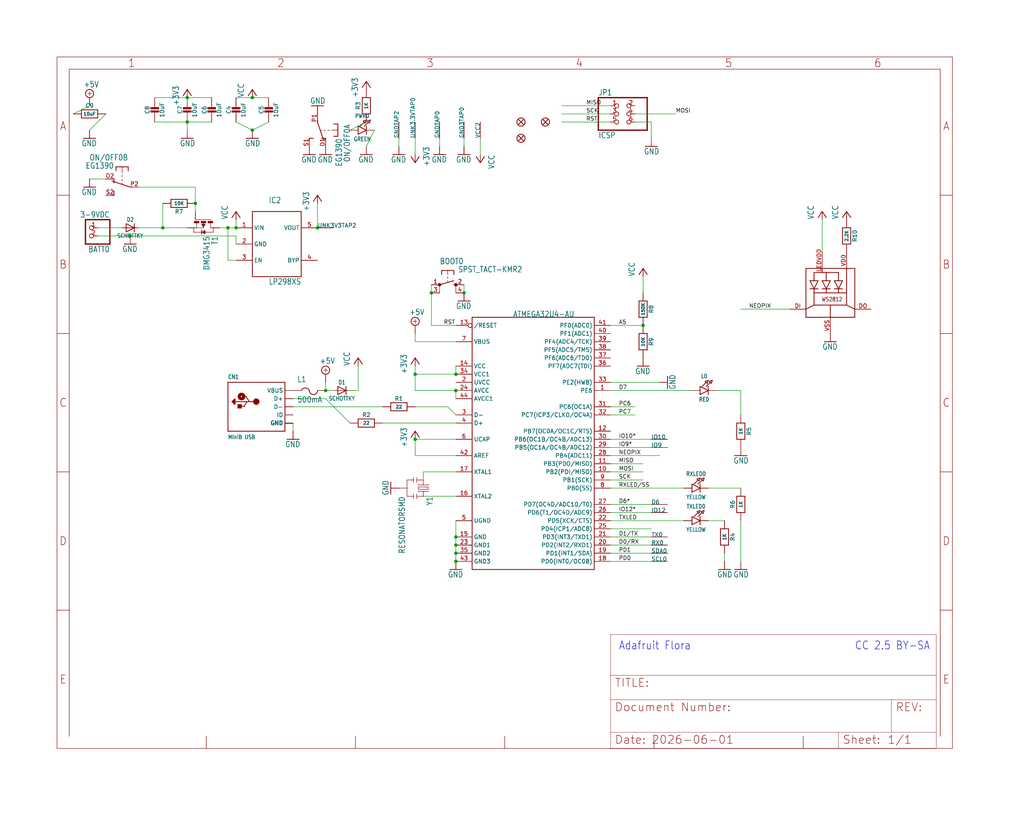
<source format=kicad_sch>
(kicad_sch (version 20230121) (generator eeschema)
  (paper "User" 319.507 254.127)
  (lib_symbols
    (symbol "working-eagle-import:+3V3" (power)
      (property "Value" "+3V3" (at -2.54 -5.08 90))
      (symbol "+3V3_1_0"
        (pin power_in line (at 0 -2.54 90) (length 2.54) (name "+3V3") (number "1"))
      )
    )
    (symbol "working-eagle-import:+5V" (power)
      (property "Value" "+5V" (at -1.905 3.175 0))
      (symbol "+5V_1_0"
        (pin power_in line (at 0 -2.54 90) (length 2.54) (name "+5V") (number "1"))
      )
    )
    (symbol "working-eagle-import:ATMEGA32U4-AU"
      (symbol "ATMEGA32U4-AU_1_0"
        (pin bidirectional line (at 25.4 22.86 180) (length 5.08) (name "PE6") (number "1"))
        (pin bidirectional line (at 25.4 -2.54 180) (length 5.08) (name "PB2(PDI/MISO)") (number "10"))
        (pin bidirectional line (at 25.4 0 180) (length 5.08) (name "PB3(PDO/MISO)") (number "11"))
        (pin bidirectional line (at 25.4 10.16 180) (length 5.08) (name "PB7(OC0A/OC1C/RTS)") (number "12"))
        (pin bidirectional inverted (at -22.86 43.18 0) (length 5.08) (name "/RESET") (number "13"))
        (pin bidirectional line (at -22.86 30.48 0) (length 5.08) (name "VCC") (number "14"))
        (pin bidirectional line (at -22.86 -22.86 0) (length 5.08) (name "GND") (number "15"))
        (pin bidirectional line (at -22.86 -10.16 0) (length 5.08) (name "XTAL2") (number "16"))
        (pin bidirectional line (at -22.86 -2.54 0) (length 5.08) (name "XTAL1") (number "17"))
        (pin bidirectional line (at 25.4 -30.48 180) (length 5.08) (name "PD0(INT0/OC0B)") (number "18"))
        (pin bidirectional line (at 25.4 -27.94 180) (length 5.08) (name "PD1(INT1/SDA)") (number "19"))
        (pin bidirectional line (at -22.86 25.4 0) (length 5.08) (name "UVCC") (number "2"))
        (pin bidirectional line (at 25.4 -25.4 180) (length 5.08) (name "PD2(INT2/RXD1)") (number "20"))
        (pin bidirectional line (at 25.4 -22.86 180) (length 5.08) (name "PD3(INT3/TXD1)") (number "21"))
        (pin bidirectional line (at 25.4 -17.78 180) (length 5.08) (name "PD5(XCK/CTS)") (number "22"))
        (pin bidirectional line (at -22.86 -25.4 0) (length 5.08) (name "GND1") (number "23"))
        (pin bidirectional line (at -22.86 22.86 0) (length 5.08) (name "AVCC") (number "24"))
        (pin bidirectional line (at 25.4 -20.32 180) (length 5.08) (name "PD4(ICP1/ADC8)") (number "25"))
        (pin bidirectional line (at 25.4 -15.24 180) (length 5.08) (name "PD6(T1/OC4D/ADC9)") (number "26"))
        (pin bidirectional line (at 25.4 -12.7 180) (length 5.08) (name "PD7(OC4D/ADC10/T0)") (number "27"))
        (pin bidirectional line (at 25.4 2.54 180) (length 5.08) (name "PB4(ADC11)") (number "28"))
        (pin bidirectional line (at 25.4 5.08 180) (length 5.08) (name "PB5(OC1A/OC4B/ADC12)") (number "29"))
        (pin bidirectional line (at -22.86 15.24 0) (length 5.08) (name "D-") (number "3"))
        (pin bidirectional line (at 25.4 7.62 180) (length 5.08) (name "PB6(OC1B/OC4B/ADC13)") (number "30"))
        (pin bidirectional line (at 25.4 17.78 180) (length 5.08) (name "PC6(OC1A)") (number "31"))
        (pin bidirectional line (at 25.4 15.24 180) (length 5.08) (name "PC7(ICP3/CLK0/OC4A)") (number "32"))
        (pin bidirectional line (at 25.4 25.4 180) (length 5.08) (name "PE2(HWB)") (number "33"))
        (pin bidirectional line (at -22.86 27.94 0) (length 5.08) (name "VCC1") (number "34"))
        (pin bidirectional line (at -22.86 -27.94 0) (length 5.08) (name "GND2") (number "35"))
        (pin bidirectional line (at 25.4 30.48 180) (length 5.08) (name "PF7(ADC7(TDI)") (number "36"))
        (pin bidirectional line (at 25.4 33.02 180) (length 5.08) (name "PF6(ADC6/TDO)") (number "37"))
        (pin bidirectional line (at 25.4 35.56 180) (length 5.08) (name "PF5(ADC5/TMS)") (number "38"))
        (pin bidirectional line (at 25.4 38.1 180) (length 5.08) (name "PF4(ADC4/TCK)") (number "39"))
        (pin bidirectional line (at -22.86 12.7 0) (length 5.08) (name "D+") (number "4"))
        (pin bidirectional line (at 25.4 40.64 180) (length 5.08) (name "PF1(ADC1)") (number "40"))
        (pin bidirectional line (at 25.4 43.18 180) (length 5.08) (name "PF0(ADC0)") (number "41"))
        (pin bidirectional line (at -22.86 2.54 0) (length 5.08) (name "AREF") (number "42"))
        (pin bidirectional line (at -22.86 -30.48 0) (length 5.08) (name "GND3") (number "43"))
        (pin bidirectional line (at -22.86 20.32 0) (length 5.08) (name "AVCC1") (number "44"))
        (pin bidirectional line (at -22.86 -17.78 0) (length 5.08) (name "UGND") (number "5"))
        (pin bidirectional line (at -22.86 7.62 0) (length 5.08) (name "UCAP") (number "6"))
        (pin bidirectional line (at -22.86 38.1 0) (length 5.08) (name "VBUS") (number "7"))
        (pin bidirectional line (at 25.4 -7.62 180) (length 5.08) (name "PB0(SS)") (number "8"))
        (pin bidirectional line (at 25.4 -5.08 180) (length 5.08) (name "PB1(SCK)") (number "9"))
      )
    )
    (symbol "working-eagle-import:CAP_CERAMIC0805-NOOUTLINE"
      (property "Reference" "C" (at -2.29 1.25 90))
      (symbol "CAP_CERAMIC0805-NOOUTLINE_1_0"
        (pin passive line (at 0 5.08 270) (length 2.54) (name "1") (number "1"))
        (pin passive line (at 0 -2.54 90) (length 2.54) (name "2") (number "2"))
      )
    )
    (symbol "working-eagle-import:DIODESOD-123"
      (property "Reference" "D" (at 0 2.54 0))
      (symbol "DIODESOD-123_1_0"
        (pin passive line (at -2.54 0 0) (length 2.54) (name "A") (number "A"))
        (pin passive line (at 2.54 0 180) (length 2.54) (name "C") (number "C"))
      )
    )
    (symbol "working-eagle-import:DPDT-EG1390"
      (property "Reference" "SW" (at -8.255 -1.905 90))
      (symbol "DPDT-EG1390_1_0"
        (pin passive line (at -2.54 5.08 270) (length 2.54) (name "O") (number "O1"))
        (pin passive line (at 0 -5.08 90) (length 2.54) (name "P") (number "P1"))
        (pin passive line (at 2.54 5.08 270) (length 2.54) (name "S") (number "S1"))
      )
      (symbol "DPDT-EG1390_2_0"
        (pin passive line (at -2.54 5.08 270) (length 2.54) (name "O") (number "O2"))
        (pin passive line (at 0 -5.08 90) (length 2.54) (name "P") (number "P2"))
        (pin passive line (at 2.54 5.08 270) (length 2.54) (name "S") (number "S2"))
      )
    )
    (symbol "working-eagle-import:FIDUCIAL{dblquote}{dblquote}")
    (symbol "working-eagle-import:FRAME_A_L"
      (symbol "FRAME_A_L_1_0"
        (text "1" (at 23.2833 213.995 0) (effects (font (size 2.54 2.286))))
        (text "2" (at 69.85 213.995 0) (effects (font (size 2.54 2.286))))
        (text "3" (at 116.4167 213.995 0) (effects (font (size 2.54 2.286))))
        (text "4" (at 162.9833 213.995 0) (effects (font (size 2.54 2.286))))
        (text "5" (at 209.55 213.995 0) (effects (font (size 2.54 2.286))))
        (text "6" (at 256.1167 213.995 0) (effects (font (size 2.54 2.286))))
        (text "A" (at 1.905 194.31 0) (effects (font (size 2.54 2.286))))
        (text "A" (at 277.495 194.31 0) (effects (font (size 2.54 2.286))))
        (text "B" (at 1.905 151.13 0) (effects (font (size 2.54 2.286))))
        (text "B" (at 277.495 151.13 0) (effects (font (size 2.54 2.286))))
        (text "C" (at 1.905 107.95 0) (effects (font (size 2.54 2.286))))
        (text "C" (at 277.495 107.95 0) (effects (font (size 2.54 2.286))))
        (text "D" (at 1.905 64.77 0) (effects (font (size 2.54 2.286))))
        (text "D" (at 277.495 64.77 0) (effects (font (size 2.54 2.286))))
        (text "E" (at 1.905 21.59 0) (effects (font (size 2.54 2.286))))
        (text "E" (at 277.495 21.59 0) (effects (font (size 2.54 2.286))))
      )
      (symbol "FRAME_A_L_2_0"
        (text "${#}/${##}" (at 86.36 1.27 0) (effects (font (size 2.54 2.54)) (justify left bottom)))
        (text "${CURRENT_DATE}" (at 12.7 1.27 0) (effects (font (size 2.54 2.54)) (justify left bottom)))
        (text "${PROJECTNAME}" (at 17.78 19.05 0) (effects (font (size 2.54 2.54)) (justify left bottom)))
        (text "Date:" (at 1.27 1.27 0) (effects (font (size 2.54 2.54)) (justify left bottom)))
        (text "Document Number:" (at 1.27 11.43 0) (effects (font (size 2.54 2.54)) (justify left bottom)))
        (text "REV:" (at 88.9 11.43 0) (effects (font (size 2.54 2.54)) (justify left bottom)))
        (text "Sheet:" (at 72.39 1.27 0) (effects (font (size 2.54 2.54)) (justify left bottom)))
        (text "TITLE:" (at 1.27 19.05 0) (effects (font (size 2.54 2.54)) (justify left bottom)))
      )
    )
    (symbol "working-eagle-import:GND" (power)
      (property "Value" "GND" (at -2.54 -2.54 0))
      (symbol "GND_1_0"
        (pin power_in line (at 0 2.54 270) (length 2.54) (name "GND") (number "1"))
      )
    )
    (symbol "working-eagle-import:JST_2PIN-SMT-RA"
      (property "Reference" "CN" (at -6.35 5.715 0))
      (symbol "JST_2PIN-SMT-RA_1_0"
        (pin passive inverted (at -2.54 0 0) (length 2.54) (name "2") (number "1"))
        (pin passive inverted (at -2.54 2.54 0) (length 2.54) (name "1") (number "2"))
      )
    )
    (symbol "working-eagle-import:LED0805_NOOUTLINE"
      (property "Reference" "D" (at -1.27 4.445 0))
      (symbol "LED0805_NOOUTLINE_1_0"
        (pin passive line (at -5.08 0 0) (length 2.54) (name "A") (number "A"))
        (pin passive line (at 2.54 0 180) (length 2.54) (name "C") (number "C"))
      )
    )
    (symbol "working-eagle-import:LP298XS"
      (property "Reference" "IC" (at -12.7 -5.08 90))
      (symbol "LP298XS_1_0"
        (pin bidirectional line (at -5.08 -15.24 90) (length 5.08) (name "VIN") (number "1"))
        (pin bidirectional line (at 0 -15.24 90) (length 5.08) (name "GND") (number "2"))
        (pin bidirectional line (at 5.08 -15.24 90) (length 5.08) (name "EN") (number "3"))
        (pin bidirectional line (at 5.08 10.16 270) (length 5.08) (name "BYP") (number "4"))
        (pin bidirectional line (at -5.08 10.16 270) (length 5.08) (name "VOUT") (number "5"))
      )
    )
    (symbol "working-eagle-import:PINHD-2X3"
      (property "Reference" "JP" (at -6.35 5.715 0))
      (symbol "PINHD-2X3_1_0"
        (pin passive inverted (at -2.54 2.54 0) (length 2.54) (name "1") (number "1"))
        (pin passive inverted (at 5.08 2.54 180) (length 2.54) (name "2") (number "2"))
        (pin passive inverted (at -2.54 0 0) (length 2.54) (name "3") (number "3"))
        (pin passive inverted (at 5.08 0 180) (length 2.54) (name "4") (number "4"))
        (pin passive inverted (at -2.54 -2.54 0) (length 2.54) (name "5") (number "5"))
        (pin passive inverted (at 5.08 -2.54 180) (length 2.54) (name "6") (number "6"))
      )
    )
    (symbol "working-eagle-import:PMOSSOT23"
      (property "Reference" "T" (at 2.54 2.54 0))
      (symbol "PMOSSOT23_1_0"
        (pin passive line (at 0 5.08 270) (length 2.54) (name "D") (number "1"))
        (pin passive line (at 0 -5.08 90) (length 2.54) (name "S") (number "2"))
        (pin passive line (at -5.08 -2.54 0) (length 2.54) (name "G") (number "3"))
      )
    )
    (symbol "working-eagle-import:PTCFUSE-1206"
      (property "Reference" "F" (at -3.81 5.08 0))
      (symbol "PTCFUSE-1206_1_0"
        (pin passive line (at -5.08 2.54 0) (length 2.54) (name "1") (number "1"))
        (pin passive line (at 5.08 2.54 180) (length 2.54) (name "2") (number "2"))
      )
    )
    (symbol "working-eagle-import:RESISTOR0805_NOOUTLINE"
      (property "Reference" "R" (at 0 2.54 0))
      (symbol "RESISTOR0805_NOOUTLINE_1_0"
        (pin passive line (at -5.08 0 0) (length 2.54) (name "1") (number "1"))
        (pin passive line (at 5.08 0 180) (length 2.54) (name "2") (number "2"))
      )
    )
    (symbol "working-eagle-import:RESISTOR_0805MP"
      (property "Reference" "R" (at 0 2.54 0))
      (symbol "RESISTOR_0805MP_1_0"
        (pin passive line (at -5.08 0 0) (length 2.54) (name "1") (number "1"))
        (pin passive line (at 5.08 0 180) (length 2.54) (name "2") (number "2"))
      )
    )
    (symbol "working-eagle-import:RESONATORSMD"
      (property "Reference" "Y" (at 2.54 1.016 0))
      (symbol "RESONATORSMD_1_0"
        (pin passive line (at -2.54 0 0) (length 0) (name "1") (number "1"))
        (pin passive line (at 0 -7.62 90) (length 0) (name "2") (number "2"))
        (pin passive line (at 2.54 0 180) (length 0) (name "3") (number "3"))
      )
    )
    (symbol "working-eagle-import:SEWTAP-2.0IN"
      (property "Reference" "TP" (at 0 0 0))
      (symbol "SEWTAP-2.0IN_1_0"
        (pin bidirectional line (at 0 0 0) (length 5.08) (name "SEW") (number "P$1"))
      )
    )
    (symbol "working-eagle-import:SPST_TACT-KMR2"
      (property "Reference" "SW" (at -6.35 -2.54 90))
      (symbol "SPST_TACT-KMR2_1_0"
        (pin passive line (at 0 -5.08 90) (length 2.54) (name "P") (number "1"))
        (pin passive line (at 0 5.08 270) (length 2.54) (name "S") (number "2"))
        (pin passive line (at 2.54 -5.08 90) (length 2.54) (name "P1") (number "3"))
        (pin passive line (at 2.54 5.08 270) (length 2.54) (name "S1") (number "4"))
      )
    )
    (symbol "working-eagle-import:USBMICRO_20329"
      (property "Reference" "X" (at -10.16 8.636 0))
      (symbol "USBMICRO_20329_1_0"
        (pin power_in line (at 10.16 -5.08 180) (length 2.54) (name "GND") (number "BASE@1"))
        (pin power_in line (at 10.16 -5.08 180) (length 2.54) (name "GND") (number "BASE@2"))
        (pin bidirectional line (at 10.16 2.54 180) (length 2.54) (name "D+") (number "D+"))
        (pin bidirectional line (at 10.16 0 180) (length 2.54) (name "D-") (number "D-"))
        (pin power_in line (at 10.16 -5.08 180) (length 2.54) (name "GND") (number "GND"))
        (pin bidirectional line (at 10.16 -2.54 180) (length 2.54) (name "ID") (number "ID"))
        (pin power_in line (at 10.16 -5.08 180) (length 2.54) (name "GND") (number "SPRT@1"))
        (pin power_in line (at 10.16 -5.08 180) (length 2.54) (name "GND") (number "SPRT@2"))
        (pin power_in line (at 10.16 -5.08 180) (length 2.54) (name "GND") (number "SPRT@3"))
        (pin power_in line (at 10.16 -5.08 180) (length 2.54) (name "GND") (number "SPRT@4"))
        (pin power_in line (at 10.16 5.08 180) (length 2.54) (name "VBUS") (number "VBUS"))
      )
    )
    (symbol "working-eagle-import:VCC" (power)
      (property "Value" "VCC" (at -2.54 -2.54 90))
      (symbol "VCC_1_0"
        (pin power_in line (at 0 -2.54 90) (length 2.54) (name "VCC") (number "1"))
      )
    )
    (symbol "working-eagle-import:WS2812"
      (symbol "WS2812_1_0"
        (text "WS2812" (at 3.81 1.27 0) (effects (font (size 1.27 1.0795)) (justify right top)))
        (pin input line (at -12.7 -2.54 0) (length 5.08) (name "DI") (number "DI"))
        (pin output line (at 12.7 -2.54 180) (length 5.08) (name "DO") (number "DO"))
        (pin power_in line (at -2.54 15.24 270) (length 5.08) (name "LEDVDD") (number "LEDVDD"))
        (pin power_in line (at 5.08 15.24 270) (length 5.08) (name "VDD") (number "VDD"))
        (pin power_in line (at 0 -10.16 90) (length 5.08) (name "GND") (number "VSS"))
      )
    )
  )
  (junction (at 134.62 91.44))
  (junction (at 78.74 40.64))
  (junction (at 58.42 30.48))
  (junction (at 99.06 71.12))
  (junction (at 142.24 167.64))
  (junction (at 144.78 91.44))
  (junction (at 200.66 101.6))
  (junction (at 78.74 30.48))
  (junction (at 142.24 170.18))
  (junction (at 60.96 63.5))
  (junction (at 129.54 137.16))
  (junction (at 129.54 116.84))
  (junction (at 73.66 71.12))
  (junction (at 40.64 73.66))
  (junction (at 50.8 71.12))
  (junction (at 71.12 71.12))
  (junction (at 142.24 172.72))
  (junction (at 101.6 121.92))
  (junction (at 58.42 38.1))
  (junction (at 142.24 121.92))
  (junction (at 142.24 175.26))
  (junction (at 142.24 116.84))
  (wire (pts (xy 190.5 147.32) (xy 200.66 147.32)) (stroke (width 0.1524)))
  (wire (pts (xy 142.24 154.94) (xy 132.08 154.94)) (stroke (width 0.1524)))
  (wire (pts (xy 220.98 152.4) (xy 231.14 152.4)) (stroke (width 0.1524)))
  (wire (pts (xy 256.54 68.58) (xy 256.54 78.74)) (stroke (width 0.1524)))
  (wire (pts (xy 129.54 116.84) (xy 129.54 114.3)) (stroke (width 0.1524)))
  (wire (pts (xy 129.54 127) (xy 139.7 127)) (stroke (width 0.1524)))
  (wire (pts (xy 142.24 121.92) (xy 129.54 121.92)) (stroke (width 0.1524)))
  (wire (pts (xy 190.5 129.54) (xy 198.12 129.54)) (stroke (width 0.1524)))
  (wire (pts (xy 142.24 124.46) (xy 142.24 121.92)) (stroke (width 0.1524)))
  (wire (pts (xy 91.44 132.08) (xy 91.44 134.62)) (stroke (width 0.1524)))
  (wire (pts (xy 231.14 121.92) (xy 231.14 129.54)) (stroke (width 0.1524)))
  (wire (pts (xy 99.06 63.5) (xy 99.06 71.12)) (stroke (width 0.1524)))
  (wire (pts (xy 190.5 149.86) (xy 200.66 149.86)) (stroke (width 0.1524)))
  (wire (pts (xy 226.06 175.26) (xy 226.06 172.72)) (stroke (width 0.1524)))
  (wire (pts (xy 190.5 144.78) (xy 200.66 144.78)) (stroke (width 0.1524)))
  (wire (pts (xy 50.8 63.5) (xy 50.8 71.12)) (stroke (width 0.1524)))
  (wire (pts (xy 129.54 106.68) (xy 129.54 104.14)) (stroke (width 0.1524)))
  (wire (pts (xy 190.5 33.02) (xy 175.26 33.02)) (stroke (width 0.1524)))
  (wire (pts (xy 43.18 71.12) (xy 50.8 71.12)) (stroke (width 0.1524)))
  (wire (pts (xy 190.5 172.72) (xy 203.2 172.72)) (stroke (width 0.1524)))
  (wire (pts (xy 124.46 45.72) (xy 124.46 43.18)) (stroke (width 0.1524)))
  (wire (pts (xy 203.2 38.1) (xy 198.12 38.1)) (stroke (width 0.1524)))
  (wire (pts (xy 129.54 137.16) (xy 129.54 142.24)) (stroke (width 0.1524)))
  (wire (pts (xy 200.66 86.36) (xy 200.66 91.44)) (stroke (width 0.1524)))
  (wire (pts (xy 48.26 30.48) (xy 58.42 30.48)) (stroke (width 0.1524)))
  (wire (pts (xy 60.96 63.5) (xy 60.96 66.04)) (stroke (width 0.1524)))
  (wire (pts (xy 190.5 35.56) (xy 175.26 35.56)) (stroke (width 0.1524)))
  (wire (pts (xy 203.2 43.18) (xy 203.2 38.1)) (stroke (width 0.1524)))
  (wire (pts (xy 129.54 116.84) (xy 142.24 116.84)) (stroke (width 0.1524)))
  (wire (pts (xy 27.94 33.02) (xy 22.86 35.56)) (stroke (width 0.1524)))
  (wire (pts (xy 205.74 119.38) (xy 190.5 119.38)) (stroke (width 0.1524)))
  (wire (pts (xy 104.14 121.92) (xy 101.6 121.92)) (stroke (width 0.1524)))
  (wire (pts (xy 198.12 35.56) (xy 210.82 35.56)) (stroke (width 0.1524)))
  (wire (pts (xy 73.66 38.1) (xy 78.74 40.64)) (stroke (width 0.1524)))
  (wire (pts (xy 30.48 71.12) (xy 38.1 71.12)) (stroke (width 0.1524)))
  (wire (pts (xy 27.94 55.88) (xy 33.02 55.88)) (stroke (width 0.1524)))
  (wire (pts (xy 149.86 43.18) (xy 149.86 48.26)) (stroke (width 0.1524)))
  (wire (pts (xy 71.12 71.12) (xy 73.66 71.12)) (stroke (width 0.1524)))
  (wire (pts (xy 137.16 45.72) (xy 137.16 43.18)) (stroke (width 0.1524)))
  (wire (pts (xy 190.5 121.92) (xy 215.9 121.92)) (stroke (width 0.1524)))
  (wire (pts (xy 190.5 139.7) (xy 203.2 139.7)) (stroke (width 0.1524)))
  (wire (pts (xy 78.74 30.48) (xy 83.82 30.48)) (stroke (width 0.1524)))
  (wire (pts (xy 142.24 167.64) (xy 142.24 170.18)) (stroke (width 0.1524)))
  (wire (pts (xy 190.5 152.4) (xy 213.36 152.4)) (stroke (width 0.1524)))
  (wire (pts (xy 144.78 88.9) (xy 144.78 91.44)) (stroke (width 0.1524)))
  (wire (pts (xy 144.78 45.72) (xy 144.78 43.18)) (stroke (width 0.1524)))
  (wire (pts (xy 190.5 162.56) (xy 213.36 162.56)) (stroke (width 0.1524)))
  (wire (pts (xy 68.58 71.12) (xy 71.12 71.12)) (stroke (width 0.1524)))
  (wire (pts (xy 129.54 142.24) (xy 142.24 142.24)) (stroke (width 0.1524)))
  (wire (pts (xy 73.66 73.66) (xy 40.64 73.66)) (stroke (width 0.1524)))
  (wire (pts (xy 142.24 116.84) (xy 142.24 114.3)) (stroke (width 0.1524)))
  (wire (pts (xy 190.5 142.24) (xy 205.74 142.24)) (stroke (width 0.1524)))
  (wire (pts (xy 246.38 96.52) (xy 231.14 96.52)) (stroke (width 0.1524)))
  (wire (pts (xy 73.66 81.28) (xy 71.12 81.28)) (stroke (width 0.1524)))
  (wire (pts (xy 91.44 127) (xy 119.38 127)) (stroke (width 0.1524)))
  (wire (pts (xy 139.7 127) (xy 142.24 129.54)) (stroke (width 0.1524)))
  (wire (pts (xy 190.5 170.18) (xy 203.2 170.18)) (stroke (width 0.1524)))
  (wire (pts (xy 190.5 101.6) (xy 200.66 101.6)) (stroke (width 0.1524)))
  (wire (pts (xy 226.06 162.56) (xy 220.98 162.56)) (stroke (width 0.1524)))
  (wire (pts (xy 134.62 88.9) (xy 134.62 91.44)) (stroke (width 0.1524)))
  (wire (pts (xy 190.5 175.26) (xy 203.2 175.26)) (stroke (width 0.1524)))
  (wire (pts (xy 203.2 157.48) (xy 190.5 157.48)) (stroke (width 0.1524)))
  (wire (pts (xy 190.5 38.1) (xy 175.26 38.1)) (stroke (width 0.1524)))
  (wire (pts (xy 60.96 58.42) (xy 60.96 63.5)) (stroke (width 0.1524)))
  (wire (pts (xy 43.18 58.42) (xy 60.96 58.42)) (stroke (width 0.1524)))
  (wire (pts (xy 142.24 162.56) (xy 142.24 167.64)) (stroke (width 0.1524)))
  (wire (pts (xy 132.08 147.32) (xy 132.08 149.86)) (stroke (width 0.1524)))
  (wire (pts (xy 129.54 48.26) (xy 129.54 43.18)) (stroke (width 0.1524)))
  (wire (pts (xy 142.24 137.16) (xy 129.54 137.16)) (stroke (width 0.1524)))
  (wire (pts (xy 142.24 101.6) (xy 134.62 101.6)) (stroke (width 0.1524)))
  (wire (pts (xy 58.42 40.64) (xy 58.42 38.1)) (stroke (width 0.1524)))
  (wire (pts (xy 142.24 172.72) (xy 142.24 175.26)) (stroke (width 0.1524)))
  (wire (pts (xy 190.5 160.02) (xy 203.2 160.02)) (stroke (width 0.1524)))
  (wire (pts (xy 129.54 121.92) (xy 129.54 116.84)) (stroke (width 0.1524)))
  (wire (pts (xy 58.42 38.1) (xy 48.26 38.1)) (stroke (width 0.1524)))
  (wire (pts (xy 114.3 45.72) (xy 116.84 40.64)) (stroke (width 0.1524)))
  (wire (pts (xy 73.66 76.2) (xy 73.66 73.66)) (stroke (width 0.1524)))
  (wire (pts (xy 30.48 73.66) (xy 40.64 73.66)) (stroke (width 0.1524)))
  (wire (pts (xy 231.14 175.26) (xy 231.14 162.56)) (stroke (width 0.1524)))
  (wire (pts (xy 101.6 119.38) (xy 101.6 121.92)) (stroke (width 0.1524)))
  (wire (pts (xy 142.24 106.68) (xy 129.54 106.68)) (stroke (width 0.1524)))
  (wire (pts (xy 134.62 101.6) (xy 134.62 91.44)) (stroke (width 0.1524)))
  (wire (pts (xy 73.66 30.48) (xy 78.74 30.48)) (stroke (width 0.1524)))
  (wire (pts (xy 190.5 127) (xy 198.12 127)) (stroke (width 0.1524)))
  (wire (pts (xy 78.74 40.64) (xy 83.82 38.1)) (stroke (width 0.1524)))
  (wire (pts (xy 66.04 30.48) (xy 58.42 30.48)) (stroke (width 0.1524)))
  (wire (pts (xy 111.76 121.92) (xy 111.76 114.3)) (stroke (width 0.1524)))
  (wire (pts (xy 71.12 81.28) (xy 71.12 71.12)) (stroke (width 0.1524)))
  (wire (pts (xy 223.52 121.92) (xy 231.14 121.92)) (stroke (width 0.1524)))
  (wire (pts (xy 109.22 121.92) (xy 111.76 121.92)) (stroke (width 0.1524)))
  (wire (pts (xy 58.42 71.12) (xy 50.8 71.12)) (stroke (width 0.1524)))
  (wire (pts (xy 132.08 147.32) (xy 142.24 147.32)) (stroke (width 0.1524)))
  (wire (pts (xy 27.94 40.64) (xy 33.02 35.56)) (stroke (width 0.1524)))
  (wire (pts (xy 190.5 165.1) (xy 203.2 165.1)) (stroke (width 0.1524)))
  (wire (pts (xy 114.3 38.1) (xy 109.22 40.64)) (stroke (width 0.1524)))
  (wire (pts (xy 190.5 167.64) (xy 203.2 167.64)) (stroke (width 0.1524)))
  (wire (pts (xy 119.38 132.08) (xy 142.24 132.08)) (stroke (width 0.1524)))
  (wire (pts (xy 142.24 170.18) (xy 142.24 172.72)) (stroke (width 0.1524)))
  (wire (pts (xy 101.6 124.46) (xy 109.22 132.08)) (stroke (width 0.1524)))
  (wire (pts (xy 91.44 124.46) (xy 101.6 124.46)) (stroke (width 0.1524)))
  (wire (pts (xy 190.5 137.16) (xy 203.2 137.16)) (stroke (width 0.1524)))
  (wire (pts (xy 73.66 71.12) (xy 73.66 68.58)) (stroke (width 0.1524)))
  (wire (pts (xy 66.04 38.1) (xy 58.42 38.1)) (stroke (width 0.1524)))
  (text "CC 2.5 BY-SA" (at 266.7 203.2 0) (effects (font (size 2.54 2.159)) (justify left bottom)))
  (text "Adafruit Flora" (at 193.04 203.2 0) (effects (font (size 2.54 2.159)) (justify left bottom)))
  (label "A5" (at 193.04 101.6 0) (effects (font (size 1.2446 1.2446))))
  (label "IO9*" (at 193.04 139.7 0) (effects (font (size 1.2446 1.2446))))
  (label "IO10*" (at 193.04 137.16 0) (effects (font (size 1.2446 1.2446))))
  (label "NEOPIX" (at 233.68 96.52 0) (effects (font (size 1.2446 1.2446))))
  (label "D1/TX" (at 193.04 167.64 0) (effects (font (size 1.2446 1.2446))))
  (label "MISO" (at 193.04 144.78 0) (effects (font (size 1.2446 1.2446))))
  (label "RST" (at 138.43 101.6 0) (effects (font (size 1.2446 1.2446))))
  (label "SCK" (at 193.04 149.86 0) (effects (font (size 1.2446 1.2446))))
  (label "NEOPIX" (at 193.04 142.24 0) (effects (font (size 1.2446 1.2446))))
  (label "MISO" (at 182.88 33.02 0) (effects (font (size 1.2446 1.2446))))
  (label "PD1" (at 193.04 172.72 0) (effects (font (size 1.2446 1.2446))))
  (label "D6*" (at 193.04 157.48 0) (effects (font (size 1.2446 1.2446))))
  (label "PC6" (at 193.04 127 0) (effects (font (size 1.2446 1.2446))))
  (label "PD0" (at 193.04 175.26 0) (effects (font (size 1.2446 1.2446))))
  (label "RXLED/SS" (at 193.04 152.4 0) (effects (font (size 1.2446 1.2446))))
  (label "SCK" (at 182.88 35.56 0) (effects (font (size 1.2446 1.2446))))
  (label "MOSI" (at 210.82 35.56 0) (effects (font (size 1.2446 1.2446))))
  (label "TXLED" (at 193.04 162.56 0) (effects (font (size 1.2446 1.2446))))
  (label "D0/RX" (at 193.04 170.18 0) (effects (font (size 1.2446 1.2446))))
  (label "RST" (at 182.88 38.1 0) (effects (font (size 1.2446 1.2446))))
  (label "IO12*" (at 193.04 160.02 0) (effects (font (size 1.2446 1.2446))))
  (label "MOSI" (at 193.04 147.32 0) (effects (font (size 1.2446 1.2446))))
  (label "D7" (at 193.04 121.92 0) (effects (font (size 1.2446 1.2446))))
  (label "PC7" (at 193.04 129.54 0) (effects (font (size 1.2446 1.2446))))
  (symbol (lib_id "working-eagle-import:VCC") (at 149.86 50.8 180) (unit 1)
    (property "Reference" "#P+2" (effects hide))
    (property "Value" "VCC" (at 152.4 48.26 90) (effects (font (size 1.778 1.5113)) (justify left bottom)))
  )
  (symbol (lib_id "working-eagle-import:PINHD-2X3") (at 193.04 35.56 0) (unit 1)
    (property "Reference" "JP1" (at 186.69 29.845 0) (effects (font (size 1.778 1.5113)) (justify left bottom)))
    (property "Value" "ICSP" (at 186.69 43.18 0) (effects (font (size 1.778 1.5113)) (justify left bottom)))
    (property "Footprint" "working:2X03" (effects hide))
  )
  (symbol (lib_id "working-eagle-import:+3V3") (at 129.54 111.76 0) (unit 1)
    (property "Reference" "#+3V5" (effects hide))
    (property "Value" "+3V3" (at 127 116.84 90) (effects (font (size 1.778 1.5113)) (justify left bottom)))
  )
  (symbol (lib_id "working-eagle-import:GND") (at 144.78 48.26 0) (unit 1)
    (property "Reference" "#GND13" (effects hide))
    (property "Value" "GND" (at 142.24 50.8 0) (effects (font (size 1.778 1.5113)) (justify left bottom)))
  )
  (symbol (lib_id "working-eagle-import:RESISTOR0805_NOOUTLINE") (at 124.46 127 0) (unit 1)
    (property "Reference" "R1" (at 124.46 124.46 0))
    (property "Value" "22" (at 124.46 127 0) (effects (font (size 1.016 1.016) bold)))
    (property "Footprint" "working:0805-NO" (effects hide))
  )
  (symbol (lib_id "working-eagle-import:+5V") (at 101.6 116.84 0) (unit 1)
    (property "Reference" "#V1" (effects hide))
    (property "Value" "+5V" (at 99.695 113.665 0) (effects (font (size 1.778 1.5113)) (justify left bottom)))
  )
  (symbol (lib_id "working-eagle-import:SEWTAP-2.0IN") (at 149.86 43.18 90) (unit 1)
    (property "Reference" "VCC2" (at 149.86 43.18 0) (effects (justify left bottom)))
    (property "Value" "SEWTAP-2.0IN" (effects hide))
    (property "Footprint" "working:SEWINGTAP_2.0" (effects hide))
  )
  (symbol (lib_id "working-eagle-import:FRAME_A_L") (at 190.5 233.68 0) (unit 2)
    (property "Reference" "#FRAME1" (effects hide))
    (property "Value" "FRAME_A_L" (effects hide))
  )
  (symbol (lib_id "working-eagle-import:LED0805_NOOUTLINE") (at 114.3 40.64 0) (unit 1)
    (property "Reference" "PWR0" (at 113.03 36.195 0) (effects (font (size 1.27 1.0795))))
    (property "Value" "GREEN" (at 113.03 43.434 0) (effects (font (size 1.27 1.0795))))
    (property "Footprint" "working:CHIPLED_0805_NOOUTLINE" (effects hide))
  )
  (symbol (lib_id "working-eagle-import:VCC") (at 264.16 66.04 0) (unit 1)
    (property "Reference" "#P+1" (effects hide))
    (property "Value" "VCC" (at 261.62 68.58 90) (effects (font (size 1.778 1.5113)) (justify left bottom)))
  )
  (symbol (lib_id "working-eagle-import:GND") (at 58.42 43.18 0) (mirror y) (unit 1)
    (property "Reference" "#GND22" (effects hide))
    (property "Value" "GND" (at 60.96 45.72 0) (effects (font (size 1.778 1.5113)) (justify left bottom)))
  )
  (symbol (lib_id "working-eagle-import:WS2812") (at 259.08 93.98 0) (unit 1)
    (property "Reference" "LED1" (effects hide))
    (property "Value" "WS2812" (effects hide))
    (property "Footprint" "working:WS2812" (effects hide))
  )
  (symbol (lib_id "working-eagle-import:GND") (at 200.66 114.3 0) (unit 1)
    (property "Reference" "#GND20" (effects hide))
    (property "Value" "GND" (at 198.12 116.84 0) (effects (font (size 1.778 1.5113)) (justify left bottom)))
  )
  (symbol (lib_id "working-eagle-import:FIDUCIAL{dblquote}{dblquote}") (at 170.18 38.1 0) (unit 1)
    (property "Reference" "U$6" (effects hide))
    (property "Value" "FIDUCIAL{dblquote}{dblquote}" (effects hide))
    (property "Footprint" "working:FIDUCIAL_1MM" (effects hide))
  )
  (symbol (lib_id "working-eagle-import:GND") (at 259.08 106.68 0) (unit 1)
    (property "Reference" "#GND12" (effects hide))
    (property "Value" "GND" (at 256.54 109.22 0) (effects (font (size 1.778 1.5113)) (justify left bottom)))
  )
  (symbol (lib_id "working-eagle-import:+3V3") (at 114.3 25.4 0) (unit 1)
    (property "Reference" "#+3V6" (effects hide))
    (property "Value" "+3V3" (at 111.76 30.48 90) (effects (font (size 1.778 1.5113)) (justify left bottom)))
  )
  (symbol (lib_id "working-eagle-import:RESISTOR0805_NOOUTLINE") (at 114.3 132.08 0) (unit 1)
    (property "Reference" "R2" (at 114.3 129.54 0))
    (property "Value" "22" (at 114.3 132.08 0) (effects (font (size 1.016 1.016) bold)))
    (property "Footprint" "working:0805-NO" (effects hide))
  )
  (symbol (lib_id "working-eagle-import:GND") (at 121.92 152.4 270) (unit 1)
    (property "Reference" "#GND6" (effects hide))
    (property "Value" "GND" (at 119.38 149.86 0) (effects (font (size 1.778 1.5113)) (justify left bottom)))
  )
  (symbol (lib_id "working-eagle-import:+3V3") (at 129.54 50.8 180) (unit 1)
    (property "Reference" "#+3V2" (effects hide))
    (property "Value" "+3V3" (at 132.08 45.72 90) (effects (font (size 1.778 1.5113)) (justify left bottom)))
  )
  (symbol (lib_id "working-eagle-import:+3V3") (at 129.54 134.62 0) (unit 1)
    (property "Reference" "#+3V1" (effects hide))
    (property "Value" "+3V3" (at 127 139.7 90) (effects (font (size 1.778 1.5113)) (justify left bottom)))
  )
  (symbol (lib_id "working-eagle-import:SPST_TACT-KMR2") (at 139.7 88.9 270) (unit 1)
    (property "Reference" "BOOT0" (at 137.16 82.55 90) (effects (font (size 1.778 1.5113)) (justify left bottom)))
    (property "Value" "SPST_TACT-KMR2" (at 142.875 85.09 90) (effects (font (size 1.778 1.5113)) (justify left bottom)))
    (property "Footprint" "working:KMR2" (effects hide))
  )
  (symbol (lib_id "working-eagle-import:VCC") (at 78.74 27.94 0) (unit 1)
    (property "Reference" "#P+4" (effects hide))
    (property "Value" "VCC" (at 76.2 30.48 90) (effects (font (size 1.778 1.5113)) (justify left bottom)))
  )
  (symbol (lib_id "working-eagle-import:GND") (at 99.06 33.02 180) (unit 1)
    (property "Reference" "#GND19" (effects hide))
    (property "Value" "GND" (at 101.6 30.48 0) (effects (font (size 1.778 1.5113)) (justify left bottom)))
  )
  (symbol (lib_id "working-eagle-import:GND") (at 142.24 177.8 0) (unit 1)
    (property "Reference" "#GND2" (effects hide))
    (property "Value" "GND" (at 139.7 180.34 0) (effects (font (size 1.778 1.5113)) (justify left bottom)))
  )
  (symbol (lib_id "working-eagle-import:+5V") (at 27.94 30.48 0) (unit 1)
    (property "Reference" "#V2" (effects hide))
    (property "Value" "+5V" (at 26.035 27.305 0) (effects (font (size 1.778 1.5113)) (justify left bottom)))
  )
  (symbol (lib_id "working-eagle-import:DPDT-EG1390") (at 38.1 58.42 90) (mirror x) (unit 2)
    (property "Reference" "ON/OFF0" (at 40.005 50.165 90) (effects (font (size 1.778 1.5113)) (justify left bottom)))
    (property "Value" "EG1390" (at 35.56 52.705 90) (effects (font (size 1.778 1.5113)) (justify left bottom)))
    (property "Footprint" "working:EG1390" (effects hide))
  )
  (symbol (lib_id "working-eagle-import:SEWTAP-2.0IN") (at 203.2 172.72 0) (unit 1)
    (property "Reference" "SDA0" (at 203.2 172.72 0) (effects (justify left bottom)))
    (property "Value" "SEWTAP-2.0IN" (effects hide))
    (property "Footprint" "working:SEWINGTAP_2.0" (effects hide))
  )
  (symbol (lib_id "working-eagle-import:GND") (at 208.28 119.38 90) (mirror x) (unit 1)
    (property "Reference" "#GND3" (effects hide))
    (property "Value" "GND" (at 210.82 116.84 0) (effects (font (size 1.778 1.5113)) (justify left bottom)))
  )
  (symbol (lib_id "working-eagle-import:+3V3") (at 58.42 27.94 0) (unit 1)
    (property "Reference" "#+3V4" (effects hide))
    (property "Value" "+3V3" (at 55.88 33.02 90) (effects (font (size 1.778 1.5113)) (justify left bottom)))
  )
  (symbol (lib_id "working-eagle-import:RESISTOR0805_NOOUTLINE") (at 264.16 73.66 270) (unit 1)
    (property "Reference" "R10" (at 266.7 73.66 0))
    (property "Value" "2.2K" (at 264.16 73.66 0) (effects (font (size 1.016 1.016) bold)))
    (property "Footprint" "working:0805-NO" (effects hide))
  )
  (symbol (lib_id "working-eagle-import:LED0805_NOOUTLINE") (at 218.44 162.56 0) (unit 1)
    (property "Reference" "TXLED0" (at 217.17 158.115 0) (effects (font (size 1.27 1.0795))))
    (property "Value" "YELLOW" (at 217.17 165.354 0) (effects (font (size 1.27 1.0795))))
    (property "Footprint" "working:CHIPLED_0805_NOOUTLINE" (effects hide))
  )
  (symbol (lib_id "working-eagle-import:CAP_CERAMIC0805-NOOUTLINE") (at 66.04 35.56 0) (unit 1)
    (property "Reference" "C6" (at 63.75 34.31 90))
    (property "Value" "10uF" (at 68.34 34.31 90))
    (property "Footprint" "working:0805-NO" (effects hide))
  )
  (symbol (lib_id "working-eagle-import:LED0805_NOOUTLINE") (at 220.98 121.92 0) (unit 1)
    (property "Reference" "L0" (at 219.71 117.475 0) (effects (font (size 1.27 1.0795))))
    (property "Value" "RED" (at 219.71 124.714 0) (effects (font (size 1.27 1.0795))))
    (property "Footprint" "working:CHIPLED_0805_NOOUTLINE" (effects hide))
  )
  (symbol (lib_id "working-eagle-import:FIDUCIAL{dblquote}{dblquote}") (at 162.56 38.1 0) (unit 1)
    (property "Reference" "U$2" (effects hide))
    (property "Value" "FIDUCIAL{dblquote}{dblquote}" (effects hide))
    (property "Footprint" "working:FIDUCIAL_1MM" (effects hide))
  )
  (symbol (lib_id "working-eagle-import:SEWTAP-2.0IN") (at 203.2 170.18 0) (unit 1)
    (property "Reference" "RX0" (at 203.2 170.18 0) (effects (justify left bottom)))
    (property "Value" "SEWTAP-2.0IN" (effects hide))
    (property "Footprint" "working:SEWINGTAP_2.0" (effects hide))
  )
  (symbol (lib_id "working-eagle-import:SEWTAP-2.0IN") (at 124.46 43.18 90) (unit 1)
    (property "Reference" "GNDTAP2" (at 124.46 43.18 0) (effects (justify left bottom)))
    (property "Value" "SEWTAP-2.0IN" (effects hide))
    (property "Footprint" "working:SEWINGTAP_2.0" (effects hide))
  )
  (symbol (lib_id "working-eagle-import:RESISTOR0805_NOOUTLINE") (at 231.14 134.62 270) (unit 1)
    (property "Reference" "R5" (at 233.68 134.62 0))
    (property "Value" "1K" (at 231.14 134.62 0) (effects (font (size 1.016 1.016) bold)))
    (property "Footprint" "working:0805-NO" (effects hide))
  )
  (symbol (lib_id "working-eagle-import:USBMICRO_20329") (at 81.28 127 0) (unit 1)
    (property "Reference" "CN1" (at 71.12 118.364 0) (effects (font (size 1.27 1.0795)) (justify left bottom)))
    (property "Value" "MiniB USB" (at 71.12 137.16 0) (effects (font (size 1.27 1.0795)) (justify left bottom)))
    (property "Footprint" "working:4UCONN_20329" (effects hide))
  )
  (symbol (lib_id "working-eagle-import:SEWTAP-2.0IN") (at 203.2 160.02 0) (unit 1)
    (property "Reference" "IO12" (at 203.2 160.02 0) (effects (justify left bottom)))
    (property "Value" "SEWTAP-2.0IN" (effects hide))
    (property "Footprint" "working:SEWINGTAP_2.0" (effects hide))
  )
  (symbol (lib_id "working-eagle-import:+3V3") (at 99.06 60.96 0) (unit 1)
    (property "Reference" "#+3V3" (effects hide))
    (property "Value" "+3V3" (at 96.52 66.04 90) (effects (font (size 1.778 1.5113)) (justify left bottom)))
  )
  (symbol (lib_id "working-eagle-import:RESISTOR0805_NOOUTLINE") (at 231.14 157.48 90) (unit 1)
    (property "Reference" "R6" (at 228.6 157.48 0))
    (property "Value" "1K" (at 231.14 157.48 0) (effects (font (size 1.016 1.016) bold)))
    (property "Footprint" "working:0805-NO" (effects hide))
  )
  (symbol (lib_id "working-eagle-import:SEWTAP-2.0IN") (at 203.2 139.7 0) (unit 1)
    (property "Reference" "IO9" (at 203.2 139.7 0) (effects (justify left bottom)))
    (property "Value" "SEWTAP-2.0IN" (effects hide))
    (property "Footprint" "working:SEWINGTAP_2.0" (effects hide))
  )
  (symbol (lib_id "working-eagle-import:LP298XS") (at 88.9 76.2 270) (unit 1)
    (property "Reference" "IC2" (at 83.82 63.5 90) (effects (font (size 1.778 1.5113)) (justify left bottom)))
    (property "Value" "LP298XS" (at 83.82 88.9 90) (effects (font (size 1.778 1.5113)) (justify left bottom)))
    (property "Footprint" "working:SOT23-5L" (effects hide))
  )
  (symbol (lib_id "working-eagle-import:VCC") (at 73.66 66.04 0) (unit 1)
    (property "Reference" "#P+5" (effects hide))
    (property "Value" "VCC" (at 71.12 68.58 90) (effects (font (size 1.778 1.5113)) (justify left bottom)))
  )
  (symbol (lib_id "working-eagle-import:RESISTOR_0805MP") (at 55.88 63.5 180) (unit 1)
    (property "Reference" "R7" (at 55.88 66.04 0))
    (property "Value" "10K" (at 55.88 63.5 0) (effects (font (size 1.016 1.016) bold)))
    (property "Footprint" "working:_0805MP" (effects hide))
  )
  (symbol (lib_id "working-eagle-import:GND") (at 231.14 142.24 0) (mirror y) (unit 1)
    (property "Reference" "#GND10" (effects hide))
    (property "Value" "GND" (at 233.68 144.78 0) (effects (font (size 1.778 1.5113)) (justify left bottom)))
  )
  (symbol (lib_id "working-eagle-import:RESISTOR0805_NOOUTLINE") (at 200.66 106.68 270) (unit 1)
    (property "Reference" "R9" (at 203.2 106.68 0))
    (property "Value" "10K" (at 200.66 106.68 0) (effects (font (size 1.016 1.016) bold)))
    (property "Footprint" "working:0805-NO" (effects hide))
  )
  (symbol (lib_id "working-eagle-import:RESISTOR_0805MP") (at 226.06 167.64 270) (unit 1)
    (property "Reference" "R4" (at 228.6 167.64 0))
    (property "Value" "1K" (at 226.06 167.64 0) (effects (font (size 1.016 1.016) bold)))
    (property "Footprint" "working:_0805MP" (effects hide))
  )
  (symbol (lib_id "working-eagle-import:GND") (at 101.6 48.26 0) (unit 1)
    (property "Reference" "#GND17" (effects hide))
    (property "Value" "GND" (at 99.06 50.8 0) (effects (font (size 1.778 1.5113)) (justify left bottom)))
  )
  (symbol (lib_id "working-eagle-import:SEWTAP-2.0IN") (at 144.78 43.18 90) (unit 1)
    (property "Reference" "GND3TAP0" (at 144.78 43.18 0) (effects (justify left bottom)))
    (property "Value" "SEWTAP-2.0IN" (effects hide))
    (property "Footprint" "working:SEWINGTAP_2.0" (effects hide))
  )
  (symbol (lib_id "working-eagle-import:FIDUCIAL{dblquote}{dblquote}") (at 162.56 43.18 0) (unit 1)
    (property "Reference" "U$3" (effects hide))
    (property "Value" "FIDUCIAL{dblquote}{dblquote}" (effects hide))
    (property "Footprint" "working:FIDUCIAL_1MM" (effects hide))
    (property "BOM" "EXCLUDE" (effects hide))
  )
  (symbol (lib_id "working-eagle-import:LED0805_NOOUTLINE") (at 218.44 152.4 0) (unit 1)
    (property "Reference" "RXLED0" (at 217.17 147.955 0) (effects (font (size 1.27 1.0795))))
    (property "Value" "YELLOW" (at 217.17 155.194 0) (effects (font (size 1.27 1.0795))))
    (property "Footprint" "working:CHIPLED_0805_NOOUTLINE" (effects hide))
  )
  (symbol (lib_id "working-eagle-import:GND") (at 27.94 58.42 0) (unit 1)
    (property "Reference" "#GND16" (effects hide))
    (property "Value" "GND" (at 25.4 60.96 0) (effects (font (size 1.778 1.5113)) (justify left bottom)))
  )
  (symbol (lib_id "working-eagle-import:GND") (at 124.46 48.26 0) (unit 1)
    (property "Reference" "#GND21" (effects hide))
    (property "Value" "GND" (at 121.92 50.8 0) (effects (font (size 1.778 1.5113)) (justify left bottom)))
  )
  (symbol (lib_id "working-eagle-import:VCC") (at 200.66 83.82 0) (unit 1)
    (property "Reference" "#P+3" (effects hide))
    (property "Value" "VCC" (at 198.12 86.36 90) (effects (font (size 1.778 1.5113)) (justify left bottom)))
  )
  (symbol (lib_id "working-eagle-import:SEWTAP-2.0IN") (at 203.2 167.64 0) (unit 1)
    (property "Reference" "TX0" (at 203.2 167.64 0) (effects (justify left bottom)))
    (property "Value" "SEWTAP-2.0IN" (effects hide))
    (property "Footprint" "working:SEWINGTAP_2.0" (effects hide))
  )
  (symbol (lib_id "working-eagle-import:ATMEGA32U4-AU") (at 165.1 144.78 0) (unit 1)
    (property "Reference" "IC1" (effects hide))
    (property "Value" "ATMEGA32U4-AU" (at 160.02 99.06 0) (effects (font (size 1.778 1.5113)) (justify left bottom)))
    (property "Footprint" "working:TQFP44" (effects hide))
  )
  (symbol (lib_id "working-eagle-import:SEWTAP-2.0IN") (at 99.06 71.12 0) (unit 1)
    (property "Reference" "UNK3V3TAP2" (at 99.06 71.12 0) (effects (justify left bottom)))
    (property "Value" "SEWTAP-2.0IN" (effects hide))
    (property "Footprint" "working:SEWINGTAP_2.0" (effects hide))
  )
  (symbol (lib_id "working-eagle-import:PMOSSOT23") (at 63.5 71.12 270) (unit 1)
    (property "Reference" "T1" (at 66.04 73.66 0) (effects (font (size 1.778 1.5113)) (justify left bottom)))
    (property "Value" "DMG3415" (at 63.5 73.66 0) (effects (font (size 1.778 1.5113)) (justify left bottom)))
    (property "Footprint" "working:SOT-23" (effects hide))
  )
  (symbol (lib_id "working-eagle-import:JST_2PIN-SMT-RA") (at 27.94 71.12 180) (unit 1)
    (property "Reference" "BATT0" (at 34.29 76.835 0) (effects (font (size 1.778 1.5113)) (justify left bottom)))
    (property "Value" "3-9VDC" (at 34.29 66.04 0) (effects (font (size 1.778 1.5113)) (justify left bottom)))
    (property "Footprint" "working:JST-PH-2-SMT-RA" (effects hide))
  )
  (symbol (lib_id "working-eagle-import:GND") (at 137.16 48.26 0) (unit 1)
    (property "Reference" "#GND14" (effects hide))
    (property "Value" "GND" (at 134.62 50.8 0) (effects (font (size 1.778 1.5113)) (justify left bottom)))
  )
  (symbol (lib_id "working-eagle-import:GND") (at 114.3 48.26 0) (unit 1)
    (property "Reference" "#GND9" (effects hide))
    (property "Value" "GND" (at 111.76 50.8 0) (effects (font (size 1.778 1.5113)) (justify left bottom)))
  )
  (symbol (lib_id "working-eagle-import:DPDT-EG1390") (at 99.06 40.64 180) (unit 1)
    (property "Reference" "ON/OFF0" (at 107.315 38.735 90) (effects (font (size 1.778 1.5113)) (justify left bottom)))
    (property "Value" "EG1390" (at 104.775 43.18 90) (effects (font (size 1.778 1.5113)) (justify left bottom)))
    (property "Footprint" "working:EG1390" (effects hide))
  )
  (symbol (lib_id "working-eagle-import:RESONATORSMD") (at 132.08 152.4 270) (unit 1)
    (property "Reference" "Y1" (at 133.096 154.94 0) (effects (font (size 1.778 1.5113)) (justify left bottom)))
    (property "Value" "RESONATORSMD" (at 124.46 154.94 0) (effects (font (size 1.778 1.5113)) (justify left bottom)))
    (property "Footprint" "working:RESONATOR-SMD" (effects hide))
  )
  (symbol (lib_id "working-eagle-import:GND") (at 78.74 43.18 0) (mirror y) (unit 1)
    (property "Reference" "#GND23" (effects hide))
    (property "Value" "GND" (at 81.28 45.72 0) (effects (font (size 1.778 1.5113)) (justify left bottom)))
  )
  (symbol (lib_id "working-eagle-import:GND") (at 203.2 45.72 0) (mirror y) (unit 1)
    (property "Reference" "#GND4" (effects hide))
    (property "Value" "GND" (at 205.74 48.26 0) (effects (font (size 1.778 1.5113)) (justify left bottom)))
  )
  (symbol (lib_id "working-eagle-import:SEWTAP-2.0IN") (at 203.2 175.26 0) (unit 1)
    (property "Reference" "SCL0" (at 203.2 175.26 0) (effects (justify left bottom)))
    (property "Value" "SEWTAP-2.0IN" (effects hide))
    (property "Footprint" "working:SEWINGTAP_2.0" (effects hide))
  )
  (symbol (lib_id "working-eagle-import:GND") (at 96.52 48.26 0) (unit 1)
    (property "Reference" "#GND18" (effects hide))
    (property "Value" "GND" (at 93.98 50.8 0) (effects (font (size 1.778 1.5113)) (justify left bottom)))
  )
  (symbol (lib_id "working-eagle-import:FRAME_A_L") (at 17.78 233.68 0) (unit 1)
    (property "Reference" "#FRAME1" (effects hide))
    (property "Value" "FRAME_A_L" (effects hide))
  )
  (symbol (lib_id "working-eagle-import:CAP_CERAMIC0805-NOOUTLINE") (at 58.42 35.56 0) (unit 1)
    (property "Reference" "C7" (at 56.13 34.31 90))
    (property "Value" "10uF" (at 60.72 34.31 90))
    (property "Footprint" "working:0805-NO" (effects hide))
  )
  (symbol (lib_id "working-eagle-import:SEWTAP-2.0IN") (at 203.2 137.16 0) (unit 1)
    (property "Reference" "IO10" (at 203.2 137.16 0) (effects (justify left bottom)))
    (property "Value" "SEWTAP-2.0IN" (effects hide))
    (property "Footprint" "working:SEWINGTAP_2.0" (effects hide))
  )
  (symbol (lib_id "working-eagle-import:GND") (at 91.44 137.16 0) (unit 1)
    (property "Reference" "#GND1" (effects hide))
    (property "Value" "GND" (at 88.9 139.7 0) (effects (font (size 1.778 1.5113)) (justify left bottom)))
  )
  (symbol (lib_id "working-eagle-import:PTCFUSE-1206") (at 96.52 124.46 0) (unit 1)
    (property "Reference" "L1" (at 92.71 119.38 0) (effects (font (size 1.778 1.5113)) (justify left bottom)))
    (property "Value" "500mA" (at 92.71 125.73 0) (effects (font (size 1.778 1.5113)) (justify left bottom)))
    (property "Footprint" "working:R1206" (effects hide))
  )
  (symbol (lib_id "working-eagle-import:SEWTAP-2.0IN") (at 129.54 43.18 90) (unit 1)
    (property "Reference" "UNK3.3VTAP0" (at 129.54 43.18 0) (effects (justify left bottom)))
    (property "Value" "SEWTAP-2.0IN" (effects hide))
    (property "Footprint" "working:SEWINGTAP_2.0" (effects hide))
  )
  (symbol (lib_id "working-eagle-import:CAP_CERAMIC0805-NOOUTLINE") (at 83.82 35.56 0) (unit 1)
    (property "Reference" "C5" (at 81.53 34.31 90))
    (property "Value" "10uF" (at 86.12 34.31 90))
    (property "Footprint" "working:0805-NO" (effects hide))
  )
  (symbol (lib_id "working-eagle-import:CAP_CERAMIC0805-NOOUTLINE") (at 73.66 35.56 0) (unit 1)
    (property "Reference" "C4" (at 71.37 34.31 90))
    (property "Value" "10uF" (at 75.96 34.31 90))
    (property "Footprint" "working:0805-NO" (effects hide))
  )
  (symbol (lib_id "working-eagle-import:+5V") (at 129.54 101.6 0) (unit 1)
    (property "Reference" "#V4" (effects hide))
    (property "Value" "+5V" (at 127.635 98.425 0) (effects (font (size 1.778 1.5113)) (justify left bottom)))
  )
  (symbol (lib_id "working-eagle-import:SEWTAP-2.0IN") (at 137.16 43.18 90) (unit 1)
    (property "Reference" "GNDTAP0" (at 137.16 43.18 0) (effects (justify left bottom)))
    (property "Value" "SEWTAP-2.0IN" (effects hide))
    (property "Footprint" "working:SEWINGTAP_2.0" (effects hide))
  )
  (symbol (lib_id "working-eagle-import:RESISTOR_0805MP") (at 27.94 35.56 0) (unit 1)
    (property "Reference" "C9" (at 27.94 33.02 0))
    (property "Value" "10uF" (at 27.94 35.56 0) (effects (font (size 1.016 1.016) bold)))
    (property "Footprint" "working:_0805MP" (effects hide))
  )
  (symbol (lib_id "working-eagle-import:GND") (at 40.64 76.2 0) (unit 1)
    (property "Reference" "#GND11" (effects hide))
    (property "Value" "GND" (at 38.1 78.74 0) (effects (font (size 1.778 1.5113)) (justify left bottom)))
  )
  (symbol (lib_id "working-eagle-import:RESISTOR_0805MP") (at 114.3 33.02 90) (unit 1)
    (property "Reference" "R3" (at 111.76 33.02 0))
    (property "Value" "1K" (at 114.3 33.02 0) (effects (font (size 1.016 1.016) bold)))
    (property "Footprint" "working:_0805MP" (effects hide))
  )
  (symbol (lib_id "working-eagle-import:GND") (at 226.06 177.8 0) (mirror y) (unit 1)
    (property "Reference" "#GND5" (effects hide))
    (property "Value" "GND" (at 228.6 180.34 0) (effects (font (size 1.778 1.5113)) (justify left bottom)))
  )
  (symbol (lib_id "working-eagle-import:GND") (at 27.94 43.18 0) (unit 1)
    (property "Reference" "#GND15" (effects hide))
    (property "Value" "GND" (at 25.4 45.72 0) (effects (font (size 1.778 1.5113)) (justify left bottom)))
  )
  (symbol (lib_id "working-eagle-import:CAP_CERAMIC0805-NOOUTLINE") (at 48.26 35.56 0) (unit 1)
    (property "Reference" "C8" (at 45.97 34.31 90))
    (property "Value" "10uF" (at 50.56 34.31 90))
    (property "Footprint" "working:0805-NO" (effects hide))
  )
  (symbol (lib_id "working-eagle-import:RESISTOR0805_NOOUTLINE") (at 200.66 96.52 270) (unit 1)
    (property "Reference" "R8" (at 203.2 96.52 0))
    (property "Value" "150K" (at 200.66 96.52 0) (effects (font (size 1.016 1.016) bold)))
    (property "Footprint" "working:0805-NO" (effects hide))
  )
  (symbol (lib_id "working-eagle-import:DIODESOD-123") (at 40.64 71.12 0) (unit 1)
    (property "Reference" "D2" (at 40.64 68.58 0) (effects (font (size 1.27 1.0795))))
    (property "Value" "SCHOTTKY" (at 40.64 73.62 0) (effects (font (size 1.27 1.0795))))
    (property "Footprint" "working:SOD-123" (effects hide))
  )
  (symbol (lib_id "working-eagle-import:DIODESOD-123") (at 106.68 121.92 0) (unit 1)
    (property "Reference" "D1" (at 106.68 119.38 0) (effects (font (size 1.27 1.0795))))
    (property "Value" "SCHOTTKY" (at 106.68 124.42 0) (effects (font (size 1.27 1.0795))))
    (property "Footprint" "working:SOD-123" (effects hide))
  )
  (symbol (lib_id "working-eagle-import:VCC") (at 111.76 111.76 0) (unit 1)
    (property "Reference" "#P+6" (effects hide))
    (property "Value" "VCC" (at 109.22 114.3 90) (effects (font (size 1.778 1.5113)) (justify left bottom)))
  )
  (symbol (lib_id "working-eagle-import:SEWTAP-2.0IN") (at 203.2 157.48 0) (unit 1)
    (property "Reference" "D6" (at 203.2 157.48 0) (effects (justify left bottom)))
    (property "Value" "SEWTAP-2.0IN" (effects hide))
    (property "Footprint" "working:SEWINGTAP_2.0" (effects hide))
  )
  (symbol (lib_id "working-eagle-import:GND") (at 144.78 93.98 0) (unit 1)
    (property "Reference" "#GND7" (effects hide))
    (property "Value" "GND" (at 142.24 96.52 0) (effects (font (size 1.778 1.5113)) (justify left bottom)))
  )
  (symbol (lib_id "working-eagle-import:VCC") (at 256.54 66.04 0) (unit 1)
    (property "Reference" "#P+7" (effects hide))
    (property "Value" "VCC" (at 254 68.58 90) (effects (font (size 1.778 1.5113)) (justify left bottom)))
  )
  (symbol (lib_id "working-eagle-import:GND") (at 231.14 177.8 0) (mirror y) (unit 1)
    (property "Reference" "#GND8" (effects hide))
    (property "Value" "GND" (at 233.68 180.34 0) (effects (font (size 1.778 1.5113)) (justify left bottom)))
  )
)
</source>
